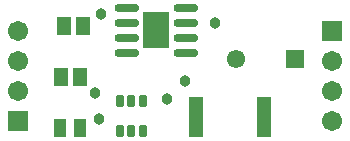
<source format=gts>
G04*
G04 #@! TF.GenerationSoftware,Altium Limited,Altium Designer,18.0.12 (696)*
G04*
G04 Layer_Color=8388736*
%FSLAX25Y25*%
%MOIN*%
G70*
G01*
G75*
%ADD13R,0.04934X0.13595*%
%ADD14R,0.04147X0.05918*%
%ADD15R,0.04540X0.06115*%
G04:AMPARAMS|DCode=16|XSize=29.65mil|YSize=39.5mil|CornerRadius=5.95mil|HoleSize=0mil|Usage=FLASHONLY|Rotation=0.000|XOffset=0mil|YOffset=0mil|HoleType=Round|Shape=RoundedRectangle|*
%AMROUNDEDRECTD16*
21,1,0.02965,0.02760,0,0,0.0*
21,1,0.01776,0.03950,0,0,0.0*
1,1,0.01190,0.00888,-0.01380*
1,1,0.01190,-0.00888,-0.01380*
1,1,0.01190,-0.00888,0.01380*
1,1,0.01190,0.00888,0.01380*
%
%ADD16ROUNDEDRECTD16*%
%ADD17R,0.08786X0.12211*%
%ADD18O,0.08274X0.02762*%
%ADD19C,0.06706*%
%ADD20R,0.06706X0.06706*%
%ADD21C,0.02368*%
%ADD22C,0.06115*%
%ADD23R,0.06115X0.06115*%
%ADD24C,0.03800*%
D13*
X179165Y109000D02*
D03*
X202000D02*
D03*
D14*
X134000Y105500D02*
D03*
X140693D02*
D03*
D15*
X140496Y122500D02*
D03*
X134197D02*
D03*
X141496Y139488D02*
D03*
X135197D02*
D03*
D16*
X161374Y104424D02*
D03*
X157634D02*
D03*
X153894D02*
D03*
Y114463D02*
D03*
X157634D02*
D03*
X161374D02*
D03*
D17*
X166000Y138000D02*
D03*
D18*
X175842Y145500D02*
D03*
Y140500D02*
D03*
Y135500D02*
D03*
Y130500D02*
D03*
X156158D02*
D03*
Y135500D02*
D03*
Y140500D02*
D03*
Y145500D02*
D03*
D19*
X224500Y107843D02*
D03*
Y117842D02*
D03*
Y127842D02*
D03*
X120000Y137843D02*
D03*
Y127842D02*
D03*
Y117842D02*
D03*
D20*
X224500Y137843D02*
D03*
X120000Y107843D02*
D03*
D21*
X162791Y138000D02*
D03*
X166000Y142724D02*
D03*
X169209Y138000D02*
D03*
X166000Y133276D02*
D03*
D22*
X192500Y128500D02*
D03*
D23*
X212185Y128500D02*
D03*
D24*
X145500Y117000D02*
D03*
X147500Y143500D02*
D03*
X169500Y115000D02*
D03*
X147000Y108500D02*
D03*
X175500Y121000D02*
D03*
X185500Y140500D02*
D03*
M02*

</source>
